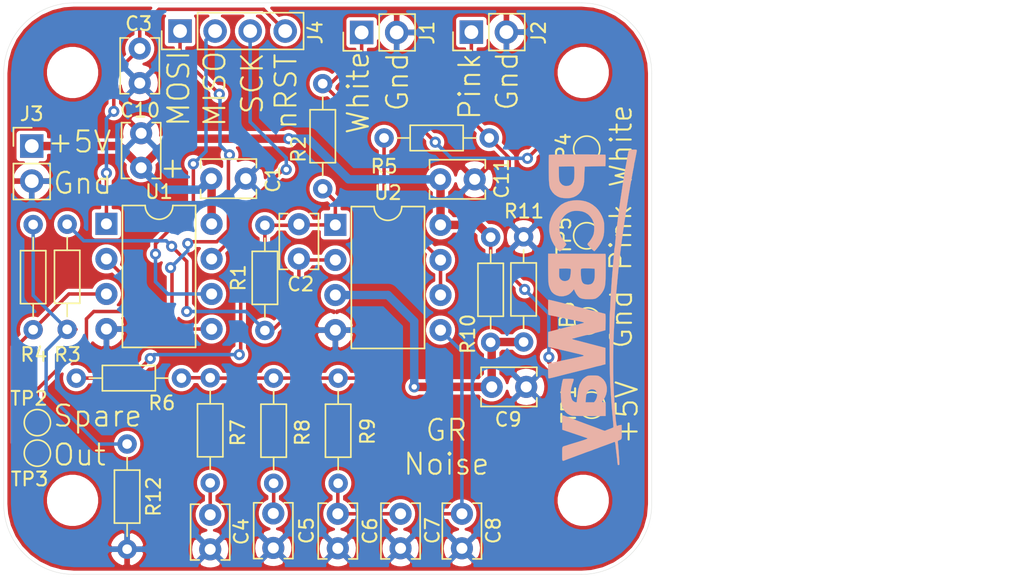
<source format=kicad_pcb>
(kicad_pcb (version 20171130) (host pcbnew 5.1.9+dfsg1-1)
  (layers (0 F.Cu signal) (31 B.Cu signal) (34 B.Paste user hide) (35 F.Paste user) (36 B.SilkS user) (37 F.SilkS user) (38 B.Mask user hide) (39 F.Mask user hide) (44 Edge.Cuts user))
  (net 0 "")
  (net 1 GNDREF)
  (net 2 "Net-(C4-Pad1)")
  (net 3 "Net-(C2-Pad1)")
  (net 4 "Net-(C2-Pad2)")
  (net 5 "Net-(C5-Pad1)")
  (net 6 "Net-(C6-Pad1)")
  (net 7 "Net-(C8-Pad1)")
  (net 8 +5V)
  (net 9 /nRST)
  (net 10 /Vbias)
  (net 11 /WN)
  (net 12 /PN)
  (net 13 /MOSI)
  (net 14 /MISO)
  (net 15 /SCK)
  (net 16 "Net-(R5-Pad1)")
  (net 17 "Net-(R12-Pad1)")
  (net 18 /Out)
  (net 19 /Spare)
  (module "_Custom_Footprints:pcb way logo" (layer B.Cu) (at 131.3434 77.0128 270)
    (fp_text reference G*** hide)
    (fp_text value LOGO hide)
  )
  (module Capacitor_THT:C_Disc_D3.8mm_W2.6mm_P2.50mm (layer F.Cu) (at 103.0478 67.691)
    (fp_text reference C1 (at 4.4704 0.0508 90) (layer F.SilkS))
    (fp_text value 100nF)
    (pad 1 thru_hole circle (at 0 0) (size 1.6 1.6) (drill 0.8) (layers *.Cu *.Mask) (net 8 +5V))
    (pad 2 thru_hole circle (at 2.5 0) (size 1.6 1.6) (drill 0.8) (layers *.Cu *.Mask) (net 1 GNDREF))
  )
  (module Capacitor_THT:C_Disc_D3.8mm_W2.6mm_P2.50mm (layer F.Cu) (at 109.3978 70.993 270)
    (fp_text reference C2 (at 4.3434 -0.127 180) (layer F.SilkS))
    (fp_text value 100pF)
    (pad 2 thru_hole circle (at 2.5 0 270) (size 1.6 1.6) (drill 0.8) (layers *.Cu *.Mask) (net 4 "Net-(C2-Pad2)"))
    (pad 1 thru_hole circle (at 0 0 270) (size 1.6 1.6) (drill 0.8) (layers *.Cu *.Mask) (net 3 "Net-(C2-Pad1)"))
  )
  (module Capacitor_THT:C_Disc_D3.8mm_W2.6mm_P2.50mm (layer F.Cu) (at 97.8662 58.2676 270)
    (fp_text reference C3 (at -1.8034 0.0762) (layer F.SilkS))
    (fp_text value 100nF)
    (pad 1 thru_hole circle (at 0 0 270) (size 1.6 1.6) (drill 0.8) (layers *.Cu *.Mask) (net 9 /nRST))
    (pad 2 thru_hole circle (at 2.5 0 270) (size 1.6 1.6) (drill 0.8) (layers *.Cu *.Mask) (net 1 GNDREF))
  )
  (module Capacitor_THT:C_Disc_D3.8mm_W2.6mm_P2.50mm (layer F.Cu) (at 102.9716 92.0496 270)
    (fp_text reference C4 (at 1.2192 -2.2606 90) (layer F.SilkS))
    (fp_text value 470nF)
    (pad 2 thru_hole circle (at 2.5 0 270) (size 1.6 1.6) (drill 0.8) (layers *.Cu *.Mask) (net 1 GNDREF))
    (pad 1 thru_hole circle (at 0 0 270) (size 1.6 1.6) (drill 0.8) (layers *.Cu *.Mask) (net 2 "Net-(C4-Pad1)"))
  )
  (module Capacitor_THT:C_Disc_D3.8mm_W2.6mm_P2.50mm (layer F.Cu) (at 107.5436 91.948 270)
    (fp_text reference C5 (at 1.2446 -2.413 90) (layer F.SilkS))
    (fp_text value 180nF)
    (pad 2 thru_hole circle (at 2.5 0 270) (size 1.6 1.6) (drill 0.8) (layers *.Cu *.Mask) (net 1 GNDREF))
    (pad 1 thru_hole circle (at 0 0 270) (size 1.6 1.6) (drill 0.8) (layers *.Cu *.Mask) (net 5 "Net-(C5-Pad1)"))
  )
  (module Capacitor_THT:C_Disc_D3.8mm_W2.6mm_P2.50mm (layer F.Cu) (at 112.2172 91.9734 270)
    (fp_text reference C6 (at 1.2446 -2.3368 90) (layer F.SilkS))
    (fp_text value 56nF)
    (pad 1 thru_hole circle (at 0 0 270) (size 1.6 1.6) (drill 0.8) (layers *.Cu *.Mask) (net 6 "Net-(C6-Pad1)"))
    (pad 2 thru_hole circle (at 2.5 0 270) (size 1.6 1.6) (drill 0.8) (layers *.Cu *.Mask) (net 1 GNDREF))
  )
  (module Capacitor_THT:C_Disc_D3.8mm_W2.6mm_P2.50mm (layer F.Cu) (at 116.7638 91.9734 270)
    (fp_text reference C7 (at 1.2192 -2.3114 90) (layer F.SilkS))
    (fp_text value DNI)
    (pad 2 thru_hole circle (at 2.5 0 270) (size 1.6 1.6) (drill 0.8) (layers *.Cu *.Mask) (net 1 GNDREF))
    (pad 1 thru_hole circle (at 0 0 270) (size 1.6 1.6) (drill 0.8) (layers *.Cu *.Mask) (net 6 "Net-(C6-Pad1)"))
  )
  (module Capacitor_THT:C_Disc_D3.8mm_W2.6mm_P2.50mm (layer F.Cu) (at 121.2088 91.9734 270)
    (fp_text reference C8 (at 1.2192 -2.286 90) (layer F.SilkS))
    (fp_text value 15nF)
    (pad 1 thru_hole circle (at 0 0 270) (size 1.6 1.6) (drill 0.8) (layers *.Cu *.Mask) (net 7 "Net-(C8-Pad1)"))
    (pad 2 thru_hole circle (at 2.5 0 270) (size 1.6 1.6) (drill 0.8) (layers *.Cu *.Mask) (net 1 GNDREF))
  )
  (module Capacitor_THT:C_Disc_D3.8mm_W2.6mm_P2.50mm (layer F.Cu) (at 123.3678 82.7786)
    (fp_text reference C9 (at 1.1938 2.3622) (layer F.SilkS))
    (fp_text value 100nF)
    (pad 1 thru_hole circle (at 0 0) (size 1.6 1.6) (drill 0.8) (layers *.Cu *.Mask) (net 10 /Vbias))
    (pad 2 thru_hole circle (at 2.5 0) (size 1.6 1.6) (drill 0.8) (layers *.Cu *.Mask) (net 1 GNDREF))
  )
  (module Capacitor_THT:C_Disc_D3.8mm_W2.6mm_P2.50mm (layer F.Cu) (at 97.9678 66.9036 90)
    (fp_text reference C10 (at 4.1656 -0.0762 180) (layer F.SilkS))
    (fp_text value 4.7uF)
    (pad 1 thru_hole circle (at 0 0 90) (size 1.6 1.6) (drill 0.8) (layers *.Cu *.Mask) (net 8 +5V))
    (pad 2 thru_hole circle (at 2.5 0 90) (size 1.6 1.6) (drill 0.8) (layers *.Cu *.Mask) (net 1 GNDREF))
  )
  (module Capacitor_THT:C_Disc_D3.8mm_W2.6mm_P2.50mm (layer F.Cu) (at 119.634 67.7418)
    (fp_text reference C11 (at 4.4558 -0.0508 90) (layer F.SilkS))
    (fp_text value 100nF)
    (pad 2 thru_hole circle (at 2.5 0) (size 1.6 1.6) (drill 0.8) (layers *.Cu *.Mask) (net 1 GNDREF))
    (pad 1 thru_hole circle (at 0 0) (size 1.6 1.6) (drill 0.8) (layers *.Cu *.Mask) (net 8 +5V))
  )
  (module Connector_PinHeader_2.54mm:PinHeader_1x02_P2.54mm_Vertical (layer F.Cu) (at 113.9444 57.0992 90)
    (fp_text reference J1 (at -0.0254 4.7498 90) (layer F.SilkS))
    (fp_text value Conn_01x02)
    (pad 2 thru_hole oval (at 0 2.54 90) (size 1.7 1.7) (drill 1) (layers *.Cu *.Mask) (net 1 GNDREF))
    (pad 1 thru_hole rect (at 0 0 90) (size 1.7 1.7) (drill 1) (layers *.Cu *.Mask) (net 11 /WN))
  )
  (module Connector_PinHeader_2.54mm:PinHeader_1x02_P2.54mm_Vertical (layer F.Cu) (at 121.8946 57.0738 90)
    (fp_text reference J2 (at -0.0508 4.8768 90) (layer F.SilkS))
    (fp_text value Conn_01x02)
    (pad 1 thru_hole rect (at 0 0 90) (size 1.7 1.7) (drill 1) (layers *.Cu *.Mask) (net 12 /PN))
    (pad 2 thru_hole oval (at 0 2.54 90) (size 1.7 1.7) (drill 1) (layers *.Cu *.Mask) (net 1 GNDREF))
  )
  (module Connector_PinHeader_2.54mm:PinHeader_1x02_P2.54mm_Vertical (layer F.Cu) (at 90.043 65.3288)
    (fp_text reference J3 (at 0 -2.33) (layer F.SilkS))
    (fp_text value Conn_01x02)
    (pad 1 thru_hole rect (at 0 0) (size 1.7 1.7) (drill 1) (layers *.Cu *.Mask) (net 8 +5V))
    (pad 2 thru_hole oval (at 0 2.54) (size 1.7 1.7) (drill 1) (layers *.Cu *.Mask) (net 1 GNDREF))
  )
  (module Connector_PinHeader_2.54mm:PinHeader_1x04_P2.54mm_Vertical (layer F.Cu) (at 100.7872 56.9976 90)
    (fp_text reference J4 (at -0.1016 9.8044 90) (layer F.SilkS))
    (fp_text value Conn_01x04)
    (pad 1 thru_hole rect (at 0 0 90) (size 1.7 1.7) (drill 1) (layers *.Cu *.Mask) (net 13 /MOSI))
    (pad 2 thru_hole oval (at 0 2.54 90) (size 1.7 1.7) (drill 1) (layers *.Cu *.Mask) (net 14 /MISO))
    (pad 3 thru_hole oval (at 0 5.08 90) (size 1.7 1.7) (drill 1) (layers *.Cu *.Mask) (net 15 /SCK))
    (pad 4 thru_hole oval (at 0 7.62 90) (size 1.7 1.7) (drill 1) (layers *.Cu *.Mask) (net 9 /nRST))
  )
  (module MountingHole:MountingHole_3.2mm_M3 (layer F.Cu) (at 92.6338 92.9386)
    (fp_text reference MH1 hide)
    (fp_text value MountingHole)
    (pad "" np_thru_hole circle (at 0.3662 -1.9386) (size 3.2 3.2) (drill 3.2) (layers *.Cu *.Mask))
  )
  (module MountingHole:MountingHole_3.2mm_M3 (layer F.Cu) (at 92.1258 59.2074)
    (fp_text reference MH2 hide)
    (fp_text value MountingHole)
    (pad "" np_thru_hole circle (at 0.8742 0.7926) (size 3.2 3.2) (drill 3.2) (layers *.Cu *.Mask))
  )
  (module MountingHole:MountingHole_3.2mm_M3 (layer F.Cu) (at 158.4706 58.6232)
    (fp_text reference MH3 hide)
    (fp_text value MountingHole)
    (pad "" np_thru_hole circle (at -28.4706 1.3768) (size 3.2 3.2) (drill 3.2) (layers *.Cu *.Mask))
  )
  (module MountingHole:MountingHole_3.2mm_M3 (layer F.Cu) (at 158.3182 93.0402)
    (fp_text reference MH4 hide)
    (fp_text value MountingHole)
    (pad "" np_thru_hole circle (at -28.3182 -2.0402) (size 3.2 3.2) (drill 3.2) (layers *.Cu *.Mask))
  )
  (module Resistor_THT:R_Axial_DIN0204_L3.6mm_D1.6mm_P7.62mm_Horizontal (layer F.Cu) (at 106.934 78.6892 90)
    (fp_text reference R1 (at 3.81 -1.92 90) (layer F.SilkS))
    (fp_text value 10K)
    (pad 2 thru_hole oval (at 7.62 0 90) (size 1.4 1.4) (drill 0.7) (layers *.Cu *.Mask) (net 3 "Net-(C2-Pad1)"))
    (pad 1 thru_hole circle (at 0 0 90) (size 1.4 1.4) (drill 0.7) (layers *.Cu *.Mask) (net 4 "Net-(C2-Pad2)"))
  )
  (module Resistor_THT:R_Axial_DIN0204_L3.6mm_D1.6mm_P7.62mm_Horizontal (layer F.Cu) (at 111.125 68.4276 90)
    (fp_text reference R2 (at 2.8702 -1.7526 90) (layer F.SilkS))
    (fp_text value 100r)
    (pad 1 thru_hole circle (at 0 0 90) (size 1.4 1.4) (drill 0.7) (layers *.Cu *.Mask) (net 3 "Net-(C2-Pad1)"))
    (pad 2 thru_hole oval (at 7.62 0 90) (size 1.4 1.4) (drill 0.7) (layers *.Cu *.Mask) (net 11 /WN))
  )
  (module Resistor_THT:R_Axial_DIN0204_L3.6mm_D1.6mm_P7.62mm_Horizontal (layer F.Cu) (at 92.6084 78.613 90)
    (fp_text reference R3 (at -1.8288 0.0254 180) (layer F.SilkS))
    (fp_text value 12K)
    (pad 1 thru_hole circle (at 0 0 90) (size 1.4 1.4) (drill 0.7) (layers *.Cu *.Mask) (net 17 "Net-(R12-Pad1)"))
    (pad 2 thru_hole oval (at 7.62 0 90) (size 1.4 1.4) (drill 0.7) (layers *.Cu *.Mask) (net 4 "Net-(C2-Pad2)"))
  )
  (module Resistor_THT:R_Axial_DIN0204_L3.6mm_D1.6mm_P7.62mm_Horizontal (layer F.Cu) (at 90.1446 78.6384 90)
    (fp_text reference R4 (at -1.8034 0.0508 180) (layer F.SilkS))
    (fp_text value 10K)
    (pad 2 thru_hole oval (at 7.62 0 90) (size 1.4 1.4) (drill 0.7) (layers *.Cu *.Mask) (net 17 "Net-(R12-Pad1)"))
    (pad 1 thru_hole circle (at 0 0 90) (size 1.4 1.4) (drill 0.7) (layers *.Cu *.Mask) (net 18 /Out))
  )
  (module Resistor_THT:R_Axial_DIN0204_L3.6mm_D1.6mm_P7.62mm_Horizontal (layer F.Cu) (at 115.57 64.7446)
    (fp_text reference R5 (at 0 2.0574) (layer F.SilkS))
    (fp_text value 100r)
    (pad 2 thru_hole oval (at 7.62 0) (size 1.4 1.4) (drill 0.7) (layers *.Cu *.Mask) (net 12 /PN))
    (pad 1 thru_hole circle (at 0 0) (size 1.4 1.4) (drill 0.7) (layers *.Cu *.Mask) (net 16 "Net-(R5-Pad1)"))
  )
  (module Resistor_THT:R_Axial_DIN0204_L3.6mm_D1.6mm_P7.62mm_Horizontal (layer F.Cu) (at 93.2688 82.1436)
    (fp_text reference R6 (at 6.1976 1.8034) (layer F.SilkS))
    (fp_text value 10K)
    (pad 1 thru_hole circle (at 0 0) (size 1.4 1.4) (drill 0.7) (layers *.Cu *.Mask) (net 3 "Net-(C2-Pad1)"))
    (pad 2 thru_hole oval (at 7.62 0) (size 1.4 1.4) (drill 0.7) (layers *.Cu *.Mask) (net 7 "Net-(C8-Pad1)"))
  )
  (module Resistor_THT:R_Axial_DIN0204_L3.6mm_D1.6mm_P7.62mm_Horizontal (layer F.Cu) (at 102.9716 89.7382 90)
    (fp_text reference R7 (at 3.6322 2.0066 90) (layer F.SilkS))
    (fp_text value 6K8)
    (pad 2 thru_hole oval (at 7.62 0 90) (size 1.4 1.4) (drill 0.7) (layers *.Cu *.Mask) (net 7 "Net-(C8-Pad1)"))
    (pad 1 thru_hole circle (at 0 0 90) (size 1.4 1.4) (drill 0.7) (layers *.Cu *.Mask) (net 2 "Net-(C4-Pad1)"))
  )
  (module Resistor_THT:R_Axial_DIN0204_L3.6mm_D1.6mm_P7.62mm_Horizontal (layer F.Cu) (at 107.569 89.7636 90)
    (fp_text reference R8 (at 3.683 2.0828 90) (layer F.SilkS))
    (fp_text value 1K3)
    (pad 1 thru_hole circle (at 0 0 90) (size 1.4 1.4) (drill 0.7) (layers *.Cu *.Mask) (net 5 "Net-(C5-Pad1)"))
    (pad 2 thru_hole oval (at 7.62 0 90) (size 1.4 1.4) (drill 0.7) (layers *.Cu *.Mask) (net 7 "Net-(C8-Pad1)"))
  )
  (module Resistor_THT:R_Axial_DIN0204_L3.6mm_D1.6mm_P7.62mm_Horizontal (layer F.Cu) (at 112.2426 89.7636 90)
    (fp_text reference R9 (at 3.7592 2.1336 90) (layer F.SilkS))
    (fp_text value 390)
    (pad 1 thru_hole circle (at 0 0 90) (size 1.4 1.4) (drill 0.7) (layers *.Cu *.Mask) (net 6 "Net-(C6-Pad1)"))
    (pad 2 thru_hole oval (at 7.62 0 90) (size 1.4 1.4) (drill 0.7) (layers *.Cu *.Mask) (net 7 "Net-(C8-Pad1)"))
  )
  (module Resistor_THT:R_Axial_DIN0204_L3.6mm_D1.6mm_P7.62mm_Horizontal (layer F.Cu) (at 123.2916 79.5528 90)
    (fp_text reference R10 (at 0.6096 -1.651 90) (layer F.SilkS))
    (fp_text value 10K)
    (pad 1 thru_hole circle (at 0 0 90) (size 1.4 1.4) (drill 0.7) (layers *.Cu *.Mask) (net 10 /Vbias))
    (pad 2 thru_hole oval (at 7.62 0 90) (size 1.4 1.4) (drill 0.7) (layers *.Cu *.Mask) (net 8 +5V))
  )
  (module Resistor_THT:R_Axial_DIN0204_L3.6mm_D1.6mm_P7.62mm_Horizontal (layer F.Cu) (at 125.6792 71.9074 270)
    (fp_text reference R11 (at -1.8542 -0.0254 180) (layer F.SilkS))
    (fp_text value 5K6)
    (pad 2 thru_hole oval (at 7.62 0 270) (size 1.4 1.4) (drill 0.7) (layers *.Cu *.Mask) (net 10 /Vbias))
    (pad 1 thru_hole circle (at 0 0 270) (size 1.4 1.4) (drill 0.7) (layers *.Cu *.Mask) (net 1 GNDREF))
  )
  (module TestPoint:TestPoint_Pad_D1.5mm (layer F.Cu) (at 130.6068 84.0994)
    (fp_text reference TP1 (at -1.651 -0.0508 90) (layer F.SilkS))
    (fp_text value TestPoint)
    (pad 1 smd circle (at 0 0) (size 1.5 1.5) (layers F.Cu F.Mask) (net 8 +5V))
  )
  (module TestPoint:TestPoint_Pad_D1.5mm (layer F.Cu) (at 90.4494 85.3694)
    (fp_text reference TP2 (at -0.6096 -1.7526) (layer F.SilkS))
    (fp_text value TestPoint)
    (pad 1 smd circle (at 0 0) (size 1.5 1.5) (layers F.Cu F.Mask) (net 19 /Spare))
  )
  (module TestPoint:TestPoint_Pad_D1.5mm (layer F.Cu) (at 90.4494 87.5792)
    (fp_text reference TP3 (at -0.5588 1.8796) (layer F.SilkS))
    (fp_text value TestPoint)
    (pad 1 smd circle (at 0 0) (size 1.5 1.5) (layers F.Cu F.Mask) (net 18 /Out))
  )
  (module TestPoint:TestPoint_Pad_D1.5mm (layer F.Cu) (at 130.2512 65.5574)
    (fp_text reference TP4 (at -1.6764 0.1778 90) (layer F.SilkS))
    (fp_text value TestPoint)
    (pad 1 smd circle (at 0 0) (size 1.5 1.5) (layers F.Cu F.Mask) (net 11 /WN))
  )
  (module TestPoint:TestPoint_Pad_D1.5mm (layer F.Cu) (at 130.2512 71.8312)
    (fp_text reference TP5 (at -1.651 0 90) (layer F.SilkS))
    (fp_text value TestPoint)
    (pad 1 smd circle (at 0 0) (size 1.5 1.5) (layers F.Cu F.Mask) (net 12 /PN))
  )
  (module TestPoint:TestPoint_Pad_D1.5mm (layer F.Cu) (at 130.3274 78.0034)
    (fp_text reference TP6 (at -1.4986 -0.0762 90) (layer F.SilkS))
    (fp_text value TestPoint)
    (pad 1 smd circle (at 0 0) (size 1.5 1.5) (layers F.Cu F.Mask) (net 1 GNDREF))
  )
  (module Package_DIP:DIP-8_W7.62mm (layer F.Cu) (at 95.4532 70.9676)
    (fp_text reference U1 (at 3.81 -2.33) (layer F.SilkS))
    (fp_text value ATtiny85)
    (pad 1 thru_hole rect (at 0 0) (size 1.6 1.6) (drill 0.8) (layers *.Cu *.Mask) (net 9 /nRST))
    (pad 5 thru_hole oval (at 7.62 7.62) (size 1.6 1.6) (drill 0.8) (layers *.Cu *.Mask) (net 13 /MOSI))
    (pad 2 thru_hole oval (at 0 2.54) (size 1.6 1.6) (drill 0.8) (layers *.Cu *.Mask) (net 19 /Spare))
    (pad 6 thru_hole oval (at 7.62 5.08) (size 1.6 1.6) (drill 0.8) (layers *.Cu *.Mask) (net 14 /MISO))
    (pad 3 thru_hole oval (at 0 5.08) (size 1.6 1.6) (drill 0.8) (layers *.Cu *.Mask) (net 18 /Out))
    (pad 7 thru_hole oval (at 7.62 2.54) (size 1.6 1.6) (drill 0.8) (layers *.Cu *.Mask) (net 15 /SCK))
    (pad 4 thru_hole oval (at 0 7.62) (size 1.6 1.6) (drill 0.8) (layers *.Cu *.Mask) (net 1 GNDREF))
    (pad 8 thru_hole oval (at 7.62 0) (size 1.6 1.6) (drill 0.8) (layers *.Cu *.Mask) (net 8 +5V))
  )
  (module Package_DIP:DIP-8_W7.62mm (layer F.Cu) (at 112.0394 71.0438)
    (fp_text reference U2 (at 3.81 -2.33) (layer F.SilkS))
    (fp_text value LM358)
    (pad 8 thru_hole oval (at 7.62 0) (size 1.6 1.6) (drill 0.8) (layers *.Cu *.Mask) (net 8 +5V))
    (pad 4 thru_hole oval (at 0 7.62) (size 1.6 1.6) (drill 0.8) (layers *.Cu *.Mask) (net 1 GNDREF))
    (pad 7 thru_hole oval (at 7.62 2.54) (size 1.6 1.6) (drill 0.8) (layers *.Cu *.Mask) (net 16 "Net-(R5-Pad1)"))
    (pad 3 thru_hole oval (at 0 5.08) (size 1.6 1.6) (drill 0.8) (layers *.Cu *.Mask) (net 10 /Vbias))
    (pad 6 thru_hole oval (at 7.62 5.08) (size 1.6 1.6) (drill 0.8) (layers *.Cu *.Mask) (net 16 "Net-(R5-Pad1)"))
    (pad 2 thru_hole oval (at 0 2.54) (size 1.6 1.6) (drill 0.8) (layers *.Cu *.Mask) (net 4 "Net-(C2-Pad2)"))
    (pad 5 thru_hole oval (at 7.62 7.62) (size 1.6 1.6) (drill 0.8) (layers *.Cu *.Mask) (net 7 "Net-(C8-Pad1)"))
    (pad 1 thru_hole rect (at 0 0) (size 1.6 1.6) (drill 0.8) (layers *.Cu *.Mask) (net 3 "Net-(C2-Pad1)"))
  )
  (module Resistor_THT:R_Axial_DIN0204_L3.6mm_D1.6mm_P7.62mm_Horizontal (layer F.Cu) (at 96.9518 86.9188 270)
    (fp_text reference R12 (at 3.81 -1.92 90) (layer F.SilkS))
    (fp_text value 6K8)
    (pad 1 thru_hole circle (at 0 0 270) (size 1.4 1.4) (drill 0.7) (layers *.Cu *.Mask) (net 17 "Net-(R12-Pad1)"))
    (pad 2 thru_hole oval (at 7.62 0 270) (size 1.4 1.4) (drill 0.7) (layers *.Cu *.Mask) (net 1 GNDREF))
  )
  (gr_text +5V (at 133.1722 84.6328 90) (layer F.SilkS) (effects (font (size 1.524 1.524))))
  (gr_text Out (at 93.4974 87.7062) (layer F.SilkS) (effects (font (size 1.524 1.524))))
  (gr_text "Spare\n" (at 94.8182 84.8868) (layer F.SilkS) (effects (font (size 1.524 1.524))))
  (gr_text Gnd (at 132.7658 77.8764 90) (layer F.SilkS) (effects (font (size 1.524 1.524))))
  (gr_text Pink (at 132.715 71.9582 90) (layer F.SilkS) (effects (font (size 1.524 1.524))))
  (gr_text White (at 132.7404 65.3288 90) (layer F.SilkS) (effects (font (size 1.524 1.524))))
  (gr_text Gnd (at 124.4854 60.6298 90) (layer F.SilkS) (effects (font (size 1.524 1.524))))
  (gr_text Pink (at 121.7676 61.0108 90) (layer F.SilkS) (effects (font (size 1.524 1.524))))
  (gr_text Gnd (at 116.5352 60.6806 90) (layer F.SilkS) (effects (font (size 1.524 1.524))))
  (gr_text White (at 113.6904 61.468 90) (layer F.SilkS) (effects (font (size 1.524 1.524))))
  (gr_text + (at 100.2538 66.8528) (layer F.SilkS) (effects (font (size 1.524 1.524))))
  (gr_text +5V (at 93.4974 65.024) (layer F.SilkS) (effects (font (size 1.524 1.524))))
  (gr_text Gnd (at 93.726 68.0212) (layer F.SilkS) (effects (font (size 1.524 1.524))))
  (gr_text "nRST\n" (at 108.458 61.3664 90) (layer F.SilkS) (effects (font (size 1.524 1.524))))
  (gr_text SCK (at 106.0196 60.7822 90) (layer F.SilkS) (effects (font (size 1.524 1.524))))
  (gr_text "MISO\n" (at 103.3018 61.1886 90) (layer F.SilkS) (effects (font (size 1.524 1.524))))
  (gr_text "MOSI\n" (at 100.6856 61.1632 90) (layer F.SilkS) (effects (font (size 1.524 1.524))))
  (gr_arc (start 93.091 91.284) (end 88.011 91.284) (angle -90) (layer Edge.Cuts) (width 0.0254))
  (gr_text "GR\nNoise" (at 120.0912 87.1474) (layer F.SilkS) (effects (font (size 1.524 1.524))))
  (gr_arc (start 129.88 91.284) (end 129.88 96.364) (angle -90) (layer Edge.Cuts) (width 0.0254))
  (gr_arc (start 129.88 60.038) (end 134.96 60.038) (angle -90) (layer Edge.Cuts) (width 0.0254))
  (gr_arc (start 93.091 60.038) (end 93.091 54.958) (angle -90) (layer Edge.Cuts) (width 0.0254))
  (gr_line (start 88.011 91.284) (end 88.011 60.038) (layer Edge.Cuts) (width 0.0254))
  (gr_line (start 129.88 96.364) (end 93.091 96.364) (layer Edge.Cuts) (width 0.0254))
  (gr_line (start 134.96 60.038) (end 134.96 91.284) (layer Edge.Cuts) (width 0.0254))
  (gr_line (start 93.091 54.958) (end 129.88 54.958) (layer Edge.Cuts) (width 0.0254))
  (segment (start 102.9716 92.0496) (end 102.9716 89.7382) (width 0.254) (layer F.Cu) (net 2))
  (segment (start 112.0394 69.342) (end 111.125 68.4276) (width 0.254) (layer F.Cu) (net 3))
  (segment (start 112.0394 71.0438) (end 112.0394 69.342) (width 0.254) (layer F.Cu) (net 3))
  (segment (start 109.4486 71.0438) (end 109.3978 70.993) (width 0.254) (layer F.Cu) (net 3))
  (segment (start 112.0394 71.0438) (end 109.4486 71.0438) (width 0.254) (layer F.Cu) (net 3))
  (segment (start 109.3216 71.0692) (end 109.3978 70.993) (width 0.254) (layer F.Cu) (net 3))
  (segment (start 106.934 71.0692) (end 109.3216 71.0692) (width 0.254) (layer F.Cu) (net 3))
  (via (at 105.0798 80.4418) (size 0.8) (drill 0.4) (layers F.Cu B.Cu) (net 3))
  (segment (start 105.1814 76.3016) (end 106.934 74.549) (width 0.254) (layer F.Cu) (net 3))
  (segment (start 105.1814 80.3402) (end 105.1814 76.3016) (width 0.254) (layer F.Cu) (net 3))
  (segment (start 106.934 74.549) (end 106.934 71.0692) (width 0.254) (layer F.Cu) (net 3))
  (segment (start 105.0798 80.4418) (end 105.1814 80.3402) (width 0.254) (layer F.Cu) (net 3))
  (via (at 98.6282 80.7212) (size 0.8) (drill 0.4) (layers F.Cu B.Cu) (net 3))
  (segment (start 97.2058 82.1436) (end 98.6282 80.7212) (width 0.254) (layer F.Cu) (net 3))
  (segment (start 93.2688 82.1436) (end 97.2058 82.1436) (width 0.254) (layer F.Cu) (net 3))
  (segment (start 105.0798 80.4418) (end 98.9076 80.4418) (width 0.254) (layer B.Cu) (net 3))
  (segment (start 98.9076 80.4418) (end 98.6282 80.7212) (width 0.254) (layer B.Cu) (net 3))
  (segment (start 109.4886 73.5838) (end 109.3978 73.493) (width 0.254) (layer F.Cu) (net 4))
  (segment (start 112.0394 73.5838) (end 109.4886 73.5838) (width 0.254) (layer F.Cu) (net 4))
  (segment (start 106.934 78.6892) (end 105.5624 77.3176) (width 0.254) (layer B.Cu) (net 4))
  (via (at 101.2698 77.3176) (size 0.8) (drill 0.4) (layers F.Cu B.Cu) (net 4))
  (segment (start 105.5624 77.3176) (end 101.2698 77.3176) (width 0.254) (layer B.Cu) (net 4))
  (segment (start 101.2698 77.3176) (end 101.2698 73.6854) (width 0.254) (layer F.Cu) (net 4))
  (segment (start 101.2698 73.6854) (end 100.1776 72.5932) (width 0.254) (layer F.Cu) (net 4))
  (via (at 100.1776 72.5932) (size 0.8) (drill 0.4) (layers F.Cu B.Cu) (net 4))
  (segment (start 93.808601 72.193201) (end 92.6084 70.993) (width 0.254) (layer B.Cu) (net 4))
  (segment (start 99.777601 72.193201) (end 93.808601 72.193201) (width 0.254) (layer B.Cu) (net 4))
  (segment (start 100.1776 72.5932) (end 99.777601 72.193201) (width 0.254) (layer B.Cu) (net 4))
  (segment (start 92.583 71.0184) (end 92.6084 70.993) (width 0.254) (layer F.Cu) (net 4))
  (segment (start 109.3978 76.7588) (end 109.3978 73.493) (width 0.254) (layer F.Cu) (net 4))
  (segment (start 107.4674 78.6892) (end 109.3978 76.7588) (width 0.254) (layer F.Cu) (net 4))
  (segment (start 106.934 78.6892) (end 107.4674 78.6892) (width 0.254) (layer F.Cu) (net 4))
  (segment (start 107.569 91.9226) (end 107.5436 91.948) (width 0.254) (layer F.Cu) (net 5))
  (segment (start 107.569 89.7636) (end 107.569 91.9226) (width 0.254) (layer F.Cu) (net 5))
  (segment (start 112.2172 89.789) (end 112.2426 89.7636) (width 0.254) (layer F.Cu) (net 6))
  (segment (start 112.2172 91.9734) (end 112.2172 89.789) (width 0.254) (layer F.Cu) (net 6))
  (segment (start 116.7638 91.9734) (end 112.2172 91.9734) (width 0.254) (layer F.Cu) (net 6))
  (segment (start 121.2088 91.9734) (end 119.7102 91.9734) (width 0.254) (layer F.Cu) (net 7))
  (segment (start 119.7102 91.9734) (end 115.8494 88.1126) (width 0.254) (layer F.Cu) (net 7))
  (segment (start 115.8494 88.1126) (end 115.8494 83.7946) (width 0.254) (layer F.Cu) (net 7))
  (segment (start 114.1984 82.1436) (end 112.2426 82.1436) (width 0.254) (layer F.Cu) (net 7))
  (segment (start 115.8494 83.7946) (end 114.1984 82.1436) (width 0.254) (layer F.Cu) (net 7))
  (segment (start 121.2088 80.2132) (end 119.6594 78.6638) (width 0.254) (layer B.Cu) (net 7))
  (segment (start 121.2088 91.9734) (end 121.2088 80.2132) (width 0.254) (layer B.Cu) (net 7))
  (segment (start 112.2426 82.1436) (end 107.569 82.1436) (width 0.254) (layer F.Cu) (net 7))
  (segment (start 102.997 82.1436) (end 102.9716 82.1182) (width 0.254) (layer F.Cu) (net 7))
  (segment (start 107.569 82.1436) (end 102.997 82.1436) (width 0.254) (layer F.Cu) (net 7))
  (segment (start 100.9142 82.1182) (end 100.8888 82.1436) (width 0.254) (layer F.Cu) (net 7))
  (segment (start 102.9716 82.1182) (end 100.9142 82.1182) (width 0.254) (layer F.Cu) (net 7))
  (segment (start 96.393 65.3288) (end 97.9678 66.9036) (width 0.6096) (layer F.Cu) (net 8))
  (segment (start 90.043 65.3288) (end 96.393 65.3288) (width 0.6096) (layer F.Cu) (net 8))
  (segment (start 103.0732 67.7164) (end 103.0478 67.691) (width 0.6096) (layer F.Cu) (net 8))
  (segment (start 103.0732 70.9676) (end 103.0732 67.7164) (width 0.6096) (layer F.Cu) (net 8))
  (segment (start 119.6594 67.7672) (end 119.634 67.7418) (width 0.6096) (layer F.Cu) (net 8))
  (segment (start 119.6594 71.0438) (end 119.6594 67.7672) (width 0.6096) (layer F.Cu) (net 8))
  (segment (start 122.4026 71.0438) (end 123.2916 71.9328) (width 0.6096) (layer F.Cu) (net 8))
  (segment (start 119.6594 71.0438) (end 122.4026 71.0438) (width 0.6096) (layer F.Cu) (net 8))
  (segment (start 103.0478 67.691) (end 102.247801 68.490999) (width 0.6096) (layer B.Cu) (net 8))
  (segment (start 102.247801 68.490999) (end 99.555199 68.490999) (width 0.6096) (layer B.Cu) (net 8))
  (segment (start 99.555199 68.490999) (end 97.9678 66.9036) (width 0.6096) (layer B.Cu) (net 8))
  (segment (start 130.6068 84.0994) (end 127.508 81.0006) (width 0.254) (layer F.Cu) (net 8))
  (via (at 127.508 80.6196) (size 0.8) (drill 0.4) (layers F.Cu B.Cu) (net 8))
  (segment (start 127.508 81.0006) (end 127.508 80.6196) (width 0.254) (layer F.Cu) (net 8))
  (segment (start 127.508 80.6196) (end 127.508 77.47) (width 0.254) (layer B.Cu) (net 8))
  (via (at 125.7554 75.7174) (size 0.8) (drill 0.4) (layers F.Cu B.Cu) (net 8))
  (segment (start 127.508 77.47) (end 125.7554 75.7174) (width 0.254) (layer B.Cu) (net 8))
  (segment (start 123.2916 73.2536) (end 123.2916 71.9328) (width 0.254) (layer F.Cu) (net 8))
  (segment (start 125.7554 75.7174) (end 123.2916 73.2536) (width 0.254) (layer F.Cu) (net 8))
  (via (at 108.6612 64.7954) (size 0.8) (drill 0.4) (layers F.Cu B.Cu) (net 8))
  (segment (start 97.9678 66.9036) (end 100.076 64.7954) (width 0.6096) (layer F.Cu) (net 8))
  (segment (start 100.076 64.7954) (end 108.6612 64.7954) (width 0.6096) (layer F.Cu) (net 8))
  (segment (start 110.0582 64.7954) (end 108.6612 64.7954) (width 0.6096) (layer B.Cu) (net 8))
  (segment (start 113.0046 67.7418) (end 110.0582 64.7954) (width 0.6096) (layer B.Cu) (net 8))
  (segment (start 119.634 67.7418) (end 113.0046 67.7418) (width 0.6096) (layer B.Cu) (net 8))
  (segment (start 95.4532 70.9676) (end 95.4532 67.2846) (width 0.254) (layer F.Cu) (net 9))
  (via (at 95.4532 67.2846) (size 0.8) (drill 0.4) (layers F.Cu B.Cu) (net 9))
  (segment (start 95.4532 67.2846) (end 95.4532 63.3476) (width 0.254) (layer B.Cu) (net 9))
  (via (at 95.9866 62.8142) (size 0.8) (drill 0.4) (layers F.Cu B.Cu) (net 9))
  (segment (start 95.4532 63.3476) (end 95.9866 62.8142) (width 0.254) (layer B.Cu) (net 9))
  (segment (start 95.9866 60.1472) (end 97.8662 58.2676) (width 0.254) (layer F.Cu) (net 9))
  (segment (start 95.9866 62.8142) (end 95.9866 60.1472) (width 0.254) (layer F.Cu) (net 9))
  (segment (start 108.4072 56.9976) (end 106.8324 55.4228) (width 0.254) (layer F.Cu) (net 9))
  (segment (start 106.8324 55.4228) (end 99.2632 55.4228) (width 0.254) (layer F.Cu) (net 9))
  (segment (start 97.8662 56.8198) (end 97.8662 58.2676) (width 0.254) (layer F.Cu) (net 9))
  (segment (start 99.2632 55.4228) (end 97.8662 56.8198) (width 0.254) (layer F.Cu) (net 9))
  (segment (start 123.317 79.5274) (end 123.2916 79.5528) (width 0.6096) (layer F.Cu) (net 10))
  (segment (start 125.6792 79.5274) (end 123.317 79.5274) (width 0.6096) (layer F.Cu) (net 10))
  (segment (start 123.3678 79.629) (end 123.2916 79.5528) (width 0.6096) (layer F.Cu) (net 10))
  (segment (start 123.3678 82.7786) (end 123.3678 79.629) (width 0.6096) (layer F.Cu) (net 10))
  (segment (start 123.3678 82.7786) (end 117.7544 82.7786) (width 0.6096) (layer F.Cu) (net 10))
  (via (at 117.7544 82.7786) (size 0.8) (drill 0.4) (layers F.Cu B.Cu) (net 10))
  (segment (start 112.0394 76.1238) (end 115.8494 76.1238) (width 0.6096) (layer B.Cu) (net 10))
  (segment (start 117.7544 78.0288) (end 117.7544 82.7786) (width 0.6096) (layer B.Cu) (net 10))
  (segment (start 115.8494 76.1238) (end 117.7544 78.0288) (width 0.6096) (layer B.Cu) (net 10))
  (segment (start 111.6838 60.8076) (end 111.125 60.8076) (width 0.254) (layer F.Cu) (net 11))
  (segment (start 113.9444 58.547) (end 111.6838 60.8076) (width 0.254) (layer F.Cu) (net 11))
  (segment (start 113.9444 57.0992) (end 113.9444 58.547) (width 0.254) (layer F.Cu) (net 11))
  (segment (start 130.2512 65.5574) (end 126.619 65.5574) (width 0.254) (layer F.Cu) (net 11))
  (via (at 125.9586 66.2178) (size 0.8) (drill 0.4) (layers F.Cu B.Cu) (net 11))
  (segment (start 126.619 65.5574) (end 125.9586 66.2178) (width 0.254) (layer F.Cu) (net 11))
  (segment (start 125.9586 66.2178) (end 120.4468 66.2178) (width 0.254) (layer B.Cu) (net 11))
  (via (at 119.2784 65.0494) (size 0.8) (drill 0.4) (layers F.Cu B.Cu) (net 11))
  (segment (start 120.4468 66.2178) (end 119.2784 65.0494) (width 0.254) (layer B.Cu) (net 11))
  (segment (start 119.2784 65.0494) (end 116.8146 62.5856) (width 0.254) (layer F.Cu) (net 11))
  (segment (start 112.903 62.5856) (end 111.125 60.8076) (width 0.254) (layer F.Cu) (net 11))
  (segment (start 116.8146 62.5856) (end 112.903 62.5856) (width 0.254) (layer F.Cu) (net 11))
  (segment (start 121.8946 63.4492) (end 123.19 64.7446) (width 0.254) (layer F.Cu) (net 12))
  (segment (start 121.8946 57.0738) (end 121.8946 63.4492) (width 0.254) (layer F.Cu) (net 12))
  (segment (start 123.19 64.7446) (end 124.6378 66.1924) (width 0.254) (layer F.Cu) (net 12))
  (segment (start 124.6378 66.1924) (end 124.6378 68.6816) (width 0.254) (layer F.Cu) (net 12))
  (segment (start 124.6378 68.6816) (end 125.476 69.5198) (width 0.254) (layer F.Cu) (net 12))
  (segment (start 125.476 69.5198) (end 129.6162 69.5198) (width 0.254) (layer F.Cu) (net 12))
  (segment (start 130.2512 70.1548) (end 130.2512 71.8312) (width 0.254) (layer F.Cu) (net 12))
  (segment (start 129.6162 69.5198) (end 130.2512 70.1548) (width 0.254) (layer F.Cu) (net 12))
  (segment (start 103.0732 78.5876) (end 100.6348 78.5876) (width 0.254) (layer F.Cu) (net 13))
  (segment (start 100.6348 78.5876) (end 100.203 78.1558) (width 0.254) (layer F.Cu) (net 13))
  (via (at 100.1014 74.1426) (size 0.8) (drill 0.4) (layers F.Cu B.Cu) (net 13))
  (segment (start 100.203 74.2442) (end 100.1014 74.1426) (width 0.254) (layer F.Cu) (net 13))
  (segment (start 100.203 78.1558) (end 100.203 74.2442) (width 0.254) (layer F.Cu) (net 13))
  (segment (start 100.1014 74.1426) (end 101.346 72.898) (width 0.254) (layer B.Cu) (net 13))
  (segment (start 101.346 72.898) (end 101.346 72.39) (width 0.254) (layer B.Cu) (net 13))
  (via (at 101.346 72.39) (size 0.8) (drill 0.4) (layers F.Cu B.Cu) (net 13))
  (via (at 104.3686 65.9638) (size 0.8) (drill 0.4) (layers F.Cu B.Cu) (net 13))
  (segment (start 104.2924 66.04) (end 104.3686 65.9638) (width 0.254) (layer F.Cu) (net 13))
  (segment (start 103.445762 72.263) (end 104.2924 71.416362) (width 0.254) (layer F.Cu) (net 13))
  (segment (start 104.2924 71.416362) (end 104.2924 66.04) (width 0.254) (layer F.Cu) (net 13))
  (segment (start 101.473 72.263) (end 103.445762 72.263) (width 0.254) (layer F.Cu) (net 13))
  (segment (start 101.346 72.39) (end 101.473 72.263) (width 0.254) (layer F.Cu) (net 13))
  (segment (start 100.7872 58.7248) (end 103.632 61.5696) (width 0.254) (layer F.Cu) (net 13))
  (via (at 103.632 61.5696) (size 0.8) (drill 0.4) (layers F.Cu B.Cu) (net 13))
  (segment (start 100.7872 56.9976) (end 100.7872 58.7248) (width 0.254) (layer F.Cu) (net 13))
  (segment (start 103.6574 61.595) (end 103.632 61.5696) (width 0.254) (layer B.Cu) (net 13))
  (segment (start 103.6828 61.595) (end 103.6574 61.595) (width 0.254) (layer B.Cu) (net 13))
  (segment (start 103.6828 65.278) (end 103.6828 61.595) (width 0.254) (layer B.Cu) (net 13))
  (segment (start 104.3686 65.9638) (end 103.6828 65.278) (width 0.254) (layer B.Cu) (net 13))
  (segment (start 103.0732 76.0476) (end 99.8982 76.0476) (width 0.254) (layer B.Cu) (net 14))
  (segment (start 99.8982 76.0476) (end 99.0092 75.1586) (width 0.254) (layer B.Cu) (net 14))
  (via (at 99.0092 73.152) (size 0.8) (drill 0.4) (layers F.Cu B.Cu) (net 14))
  (segment (start 99.0092 75.1586) (end 99.0092 73.152) (width 0.254) (layer B.Cu) (net 14))
  (via (at 101.7524 66.6242) (size 0.8) (drill 0.4) (layers F.Cu B.Cu) (net 14))
  (segment (start 101.7524 69.6722) (end 101.7524 66.6242) (width 0.254) (layer F.Cu) (net 14))
  (segment (start 99.0092 72.4154) (end 101.7524 69.6722) (width 0.254) (layer F.Cu) (net 14))
  (segment (start 99.0092 73.152) (end 99.0092 72.4154) (width 0.254) (layer F.Cu) (net 14))
  (segment (start 102.6668 65.7098) (end 101.7524 66.6242) (width 0.254) (layer B.Cu) (net 14))
  (segment (start 102.6668 57.658) (end 102.6668 65.7098) (width 0.254) (layer B.Cu) (net 14))
  (segment (start 103.3272 56.9976) (end 102.6668 57.658) (width 0.254) (layer B.Cu) (net 14))
  (via (at 108.4834 67.0306) (size 0.8) (drill 0.4) (layers F.Cu B.Cu) (net 15))
  (segment (start 108.4834 66.1924) (end 108.4834 67.0306) (width 0.254) (layer B.Cu) (net 15))
  (segment (start 105.8672 63.5762) (end 108.4834 66.1924) (width 0.254) (layer B.Cu) (net 15))
  (segment (start 105.8672 56.9976) (end 105.8672 63.5762) (width 0.254) (layer B.Cu) (net 15))
  (segment (start 108.2548 67.0306) (end 108.4834 67.0306) (width 0.254) (layer F.Cu) (net 15))
  (segment (start 104.8512 71.7296) (end 104.8512 70.4342) (width 0.254) (layer F.Cu) (net 15))
  (segment (start 104.8512 70.4342) (end 108.2548 67.0306) (width 0.254) (layer F.Cu) (net 15))
  (segment (start 103.0732 73.5076) (end 104.8512 71.7296) (width 0.254) (layer F.Cu) (net 15))
  (segment (start 115.57 69.4944) (end 115.57 64.7446) (width 0.254) (layer F.Cu) (net 16))
  (segment (start 119.6594 73.5838) (end 115.57 69.4944) (width 0.254) (layer F.Cu) (net 16))
  (segment (start 119.6594 76.1238) (end 119.6594 73.5838) (width 0.254) (layer F.Cu) (net 16))
  (segment (start 93.2434 78.613) (end 92.6084 78.613) (width 0.254) (layer F.Cu) (net 17))
  (segment (start 94.8436 86.9188) (end 96.9518 86.9188) (width 0.25) (layer B.Cu) (net 17))
  (segment (start 91.0844 83.1596) (end 94.8436 86.9188) (width 0.25) (layer B.Cu) (net 17))
  (segment (start 91.0844 80.137) (end 91.0844 83.1596) (width 0.25) (layer B.Cu) (net 17))
  (segment (start 92.6084 78.613) (end 91.0844 80.137) (width 0.25) (layer B.Cu) (net 17))
  (segment (start 90.1446 76.1492) (end 90.1446 71.0184) (width 0.25) (layer B.Cu) (net 17))
  (segment (start 92.6084 78.613) (end 90.1446 76.1492) (width 0.25) (layer B.Cu) (net 17))
  (segment (start 92.7354 76.0476) (end 90.1446 78.6384) (width 0.254) (layer F.Cu) (net 18))
  (segment (start 95.4532 76.0476) (end 92.7354 76.0476) (width 0.254) (layer F.Cu) (net 18))
  (segment (start 90.1446 78.6384) (end 88.9 79.883) (width 0.254) (layer F.Cu) (net 18))
  (segment (start 88.9 79.883) (end 88.9 86.7918) (width 0.254) (layer F.Cu) (net 18))
  (segment (start 89.6874 87.5792) (end 90.4494 87.5792) (width 0.254) (layer F.Cu) (net 18))
  (segment (start 88.9 86.7918) (end 89.6874 87.5792) (width 0.254) (layer F.Cu) (net 18))
  (segment (start 96.7994 77.3176) (end 94.5388 77.3176) (width 0.254) (layer F.Cu) (net 19))
  (segment (start 97.3836 76.7334) (end 96.7994 77.3176) (width 0.254) (layer F.Cu) (net 19))
  (segment (start 97.3836 75.438) (end 97.3836 76.7334) (width 0.254) (layer F.Cu) (net 19))
  (segment (start 95.4532 73.5076) (end 97.3836 75.438) (width 0.254) (layer F.Cu) (net 19))
  (segment (start 94.0054 79.4004) (end 94.0054 77.851) (width 0.25) (layer F.Cu) (net 19))
  (segment (start 94.0054 77.851) (end 94.5388 77.3176) (width 0.25) (layer F.Cu) (net 19))
  (segment (start 90.4494 82.9564) (end 94.0054 79.4004) (width 0.25) (layer F.Cu) (net 19))
  (segment (start 90.4494 85.3694) (end 90.4494 82.9564) (width 0.25) (layer F.Cu) (net 19))
  (zone (net 1) (net_name GNDREF) (layer F.Cu) (connect_pads (clearance 0.254)) (min_thickness 0.2032) (fill yes (arc_segments 32) (thermal_gap 0.508) (thermal_bridge_width 0.4064))
    (polygon (pts (xy 88.004609 54.778072) (xy 135.265775 54.798176) (xy 134.990226 97.144624) (xy 87.74176 97.01022)))
  )
  (zone (net 1) (net_name GNDREF) (layer B.Cu) (connect_pads (clearance 0.508)) (min_thickness 0.2032) (fill yes (arc_segments 32) (thermal_gap 0.762) (thermal_bridge_width 0.4064))
    (polygon (pts (xy 87.81807 54.74716) (xy 135.128055 55.079265) (xy 135.381945 97.219135) (xy 88.01354 97.01657)))
  )
)
</source>
